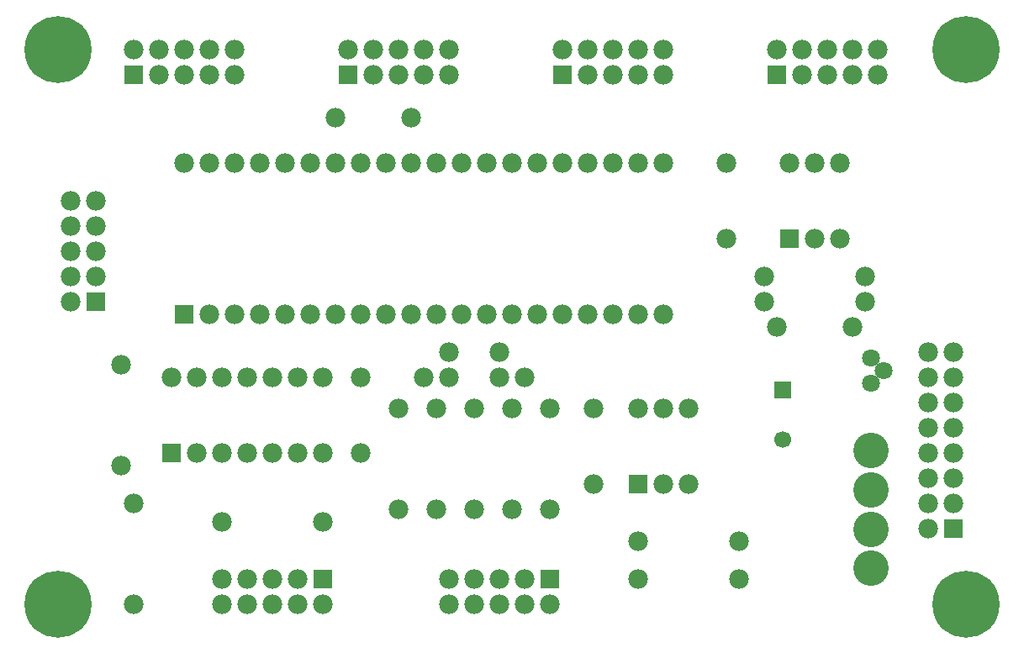
<source format=gbs>
G04 #@! TF.FileFunction,Soldermask,Bot*
%FSLAX46Y46*%
G04 Gerber Fmt 4.6, Leading zero omitted, Abs format (unit mm)*
G04 Created by KiCad (PCBNEW (2016-03-22 BZR 6643, Git db8c72c)-product) date 3/23/2016 7:44:00 PM*
%MOMM*%
G01*
G04 APERTURE LIST*
%ADD10C,0.100000*%
%ADD11C,6.750000*%
%ADD12C,1.974800*%
%ADD13R,1.974800X1.974800*%
%ADD14R,1.700000X1.700000*%
%ADD15C,1.700000*%
%ADD16C,3.575000*%
%ADD17C,1.797000*%
G04 APERTURE END LIST*
D10*
D11*
X166370000Y-57150000D03*
X166370000Y-113030000D03*
X74930000Y-113030000D03*
D12*
X109220000Y-103505000D03*
X109220000Y-93345000D03*
X156210000Y-82550000D03*
X146050000Y-82550000D03*
X143510000Y-110490000D03*
X133350000Y-110490000D03*
X124460000Y-103505000D03*
X124460000Y-93345000D03*
X120650000Y-103505000D03*
X120650000Y-93345000D03*
X81280000Y-88900000D03*
X81280000Y-99060000D03*
X91440000Y-104775000D03*
X101600000Y-104775000D03*
X82550000Y-102870000D03*
X82550000Y-113030000D03*
X87630000Y-68580000D03*
D13*
X87630000Y-83820000D03*
D12*
X90170000Y-68580000D03*
X90170000Y-83820000D03*
X92710000Y-68580000D03*
X92710000Y-83820000D03*
X95250000Y-68580000D03*
X95250000Y-83820000D03*
X97790000Y-68580000D03*
X97790000Y-83820000D03*
X100330000Y-68580000D03*
X100330000Y-83820000D03*
X102870000Y-68580000D03*
X102870000Y-83820000D03*
X105410000Y-68580000D03*
X105410000Y-83820000D03*
X107950000Y-68580000D03*
X107950000Y-83820000D03*
X110490000Y-68580000D03*
X110490000Y-83820000D03*
X113030000Y-68580000D03*
X113030000Y-83820000D03*
X115570000Y-68580000D03*
X115570000Y-83820000D03*
X118110000Y-68580000D03*
X118110000Y-83820000D03*
X120650000Y-68580000D03*
X120650000Y-83820000D03*
X123190000Y-68580000D03*
X123190000Y-83820000D03*
X125730000Y-68580000D03*
X125730000Y-83820000D03*
X128270000Y-68580000D03*
X128270000Y-83820000D03*
X130810000Y-68580000D03*
X130810000Y-83820000D03*
X133350000Y-68580000D03*
X133350000Y-83820000D03*
X135890000Y-68580000D03*
X135890000Y-83820000D03*
X148590000Y-68580000D03*
D13*
X148590000Y-76200000D03*
D12*
X151130000Y-68580000D03*
X151130000Y-76200000D03*
X153670000Y-68580000D03*
X153670000Y-76200000D03*
X133350000Y-93345000D03*
D13*
X133350000Y-100965000D03*
D12*
X135890000Y-93345000D03*
X135890000Y-100965000D03*
X138430000Y-93345000D03*
X138430000Y-100965000D03*
X86360000Y-90170000D03*
D13*
X86360000Y-97790000D03*
D12*
X88900000Y-90170000D03*
X88900000Y-97790000D03*
X91440000Y-90170000D03*
X91440000Y-97790000D03*
X93980000Y-90170000D03*
X93980000Y-97790000D03*
X96520000Y-90170000D03*
X96520000Y-97790000D03*
X99060000Y-90170000D03*
X99060000Y-97790000D03*
X101600000Y-90170000D03*
X101600000Y-97790000D03*
X146050000Y-80010000D03*
X156210000Y-80010000D03*
X116840000Y-103505000D03*
X116840000Y-93345000D03*
X113030000Y-103505000D03*
X113030000Y-93345000D03*
X133350000Y-106680000D03*
X143510000Y-106680000D03*
X154940000Y-85090000D03*
X147320000Y-85090000D03*
X128905000Y-93345000D03*
X128905000Y-100965000D03*
X142240000Y-68580000D03*
X142240000Y-76200000D03*
X105410000Y-90170000D03*
X105410000Y-97790000D03*
X102870000Y-64008000D03*
X110490000Y-64008000D03*
D14*
X147955000Y-91440000D03*
D15*
X147955000Y-96440000D03*
D11*
X74930000Y-57150000D03*
D12*
X119380000Y-90170000D03*
X121920000Y-90170000D03*
X114300000Y-90170000D03*
X111760000Y-90170000D03*
X119380000Y-87630000D03*
X114300000Y-87630000D03*
D16*
X156845000Y-97561400D03*
X156845000Y-101523800D03*
X156845000Y-105486200D03*
X156845000Y-109448600D03*
D17*
X156845000Y-88265000D03*
X158115000Y-89535000D03*
X156845000Y-90805000D03*
D13*
X82550000Y-59690000D03*
D12*
X82550000Y-57150000D03*
X85090000Y-59690000D03*
X85090000Y-57150000D03*
X87630000Y-59690000D03*
X87630000Y-57150000D03*
X90170000Y-59690000D03*
X90170000Y-57150000D03*
X92710000Y-59690000D03*
X92710000Y-57150000D03*
D13*
X104140000Y-59690000D03*
D12*
X104140000Y-57150000D03*
X106680000Y-59690000D03*
X106680000Y-57150000D03*
X109220000Y-59690000D03*
X109220000Y-57150000D03*
X111760000Y-59690000D03*
X111760000Y-57150000D03*
X114300000Y-59690000D03*
X114300000Y-57150000D03*
D13*
X125730000Y-59690000D03*
D12*
X125730000Y-57150000D03*
X128270000Y-59690000D03*
X128270000Y-57150000D03*
X130810000Y-59690000D03*
X130810000Y-57150000D03*
X133350000Y-59690000D03*
X133350000Y-57150000D03*
X135890000Y-59690000D03*
X135890000Y-57150000D03*
D13*
X147320000Y-59690000D03*
D12*
X147320000Y-57150000D03*
X149860000Y-59690000D03*
X149860000Y-57150000D03*
X152400000Y-59690000D03*
X152400000Y-57150000D03*
X154940000Y-59690000D03*
X154940000Y-57150000D03*
X157480000Y-59690000D03*
X157480000Y-57150000D03*
D13*
X101600000Y-110490000D03*
D12*
X101600000Y-113030000D03*
X99060000Y-110490000D03*
X99060000Y-113030000D03*
X96520000Y-110490000D03*
X96520000Y-113030000D03*
X93980000Y-110490000D03*
X93980000Y-113030000D03*
X91440000Y-110490000D03*
X91440000Y-113030000D03*
D13*
X124460000Y-110490000D03*
D12*
X124460000Y-113030000D03*
X121920000Y-110490000D03*
X121920000Y-113030000D03*
X119380000Y-110490000D03*
X119380000Y-113030000D03*
X116840000Y-110490000D03*
X116840000Y-113030000D03*
X114300000Y-110490000D03*
X114300000Y-113030000D03*
D13*
X78740000Y-82550000D03*
D12*
X76200000Y-82550000D03*
X78740000Y-80010000D03*
X76200000Y-80010000D03*
X78740000Y-77470000D03*
X76200000Y-77470000D03*
X78740000Y-74930000D03*
X76200000Y-74930000D03*
X78740000Y-72390000D03*
X76200000Y-72390000D03*
D13*
X165100000Y-105410000D03*
D12*
X162560000Y-105410000D03*
X165100000Y-102870000D03*
X162560000Y-102870000D03*
X165100000Y-100330000D03*
X162560000Y-100330000D03*
X165100000Y-97790000D03*
X162560000Y-97790000D03*
X165100000Y-95250000D03*
X162560000Y-95250000D03*
X165100000Y-92710000D03*
X162560000Y-92710000D03*
X165100000Y-90170000D03*
X162560000Y-90170000D03*
X165100000Y-87630000D03*
X162560000Y-87630000D03*
M02*

</source>
